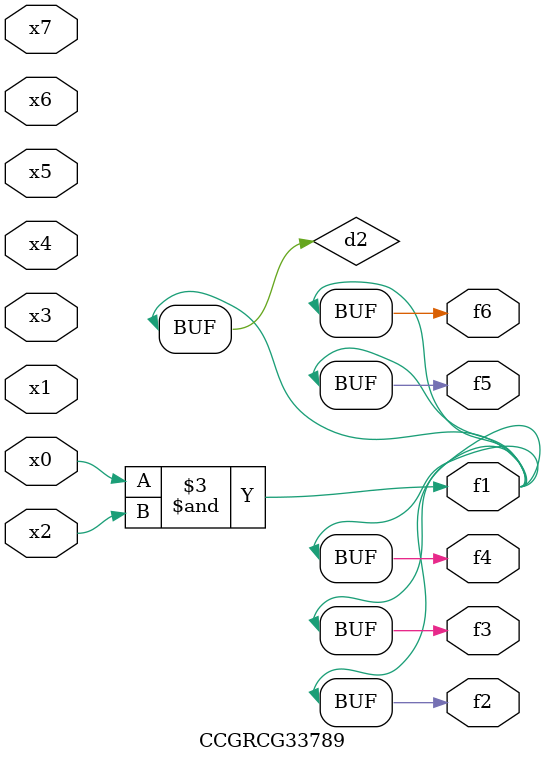
<source format=v>
module CCGRCG33789(
	input x0, x1, x2, x3, x4, x5, x6, x7,
	output f1, f2, f3, f4, f5, f6
);

	wire d1, d2;

	nor (d1, x3, x6);
	and (d2, x0, x2);
	assign f1 = d2;
	assign f2 = d2;
	assign f3 = d2;
	assign f4 = d2;
	assign f5 = d2;
	assign f6 = d2;
endmodule

</source>
